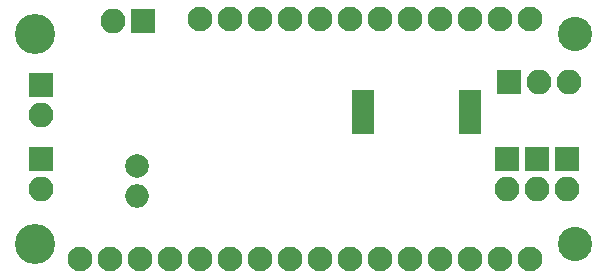
<source format=gbr>
G04 #@! TF.GenerationSoftware,KiCad,Pcbnew,(5.0.0-rc2-dev-444-g2974a2c10)*
G04 #@! TF.CreationDate,2018-10-05T22:12:32-07:00*
G04 #@! TF.ProjectId,retro meter v03,726574726F206D65746572207630332E,v03*
G04 #@! TF.SameCoordinates,Original*
G04 #@! TF.FileFunction,Soldermask,Bot*
G04 #@! TF.FilePolarity,Negative*
%FSLAX46Y46*%
G04 Gerber Fmt 4.6, Leading zero omitted, Abs format (unit mm)*
G04 Created by KiCad (PCBNEW (5.0.0-rc2-dev-444-g2974a2c10)) date 10/05/18 22:12:32*
%MOMM*%
%LPD*%
G01*
G04 APERTURE LIST*
%ADD10C,3.400000*%
%ADD11C,2.900000*%
%ADD12C,2.100000*%
%ADD13O,2.100000X2.100000*%
%ADD14R,2.100000X2.100000*%
%ADD15C,2.000000*%
%ADD16O,2.000000X2.000000*%
%ADD17R,1.900000X3.800000*%
G04 APERTURE END LIST*
D10*
X105404800Y-95245000D03*
X105404800Y-113025000D03*
D11*
X151124800Y-113025000D03*
X151124800Y-95245000D03*
D12*
X147314800Y-93975000D03*
X144774800Y-93975000D03*
X142234800Y-93975000D03*
X139694800Y-93975000D03*
X137154800Y-93975000D03*
X134614800Y-93975000D03*
X132074800Y-93975000D03*
X129534800Y-93975000D03*
X126994800Y-93975000D03*
X124454800Y-93975000D03*
X121914800Y-93975000D03*
X119374800Y-93975000D03*
X147314800Y-114295000D03*
X144774800Y-114295000D03*
X142234800Y-114295000D03*
X139694800Y-114295000D03*
X137154800Y-114295000D03*
X134614800Y-114295000D03*
X132074800Y-114295000D03*
X129534800Y-114295000D03*
X126994800Y-114295000D03*
X124454800Y-114295000D03*
X121914800Y-114295000D03*
X119374800Y-114295000D03*
X116834800Y-114295000D03*
X114294800Y-114295000D03*
X111754800Y-114295000D03*
X109214800Y-114295000D03*
D13*
X105918000Y-102108000D03*
D14*
X105918000Y-99568000D03*
X114604800Y-94135000D03*
D13*
X112064800Y-94135000D03*
X150495000Y-108331000D03*
D14*
X150495000Y-105791000D03*
D13*
X150622000Y-99314000D03*
X148082000Y-99314000D03*
D14*
X145542000Y-99314000D03*
D13*
X105918000Y-108331000D03*
D14*
X105918000Y-105791000D03*
X145415000Y-105791000D03*
D13*
X145415000Y-108331000D03*
X147955000Y-108331000D03*
D14*
X147955000Y-105791000D03*
D15*
X114046000Y-106426000D03*
D16*
X114046000Y-108966000D03*
D17*
X142240000Y-101854000D03*
X133223000Y-101854000D03*
M02*

</source>
